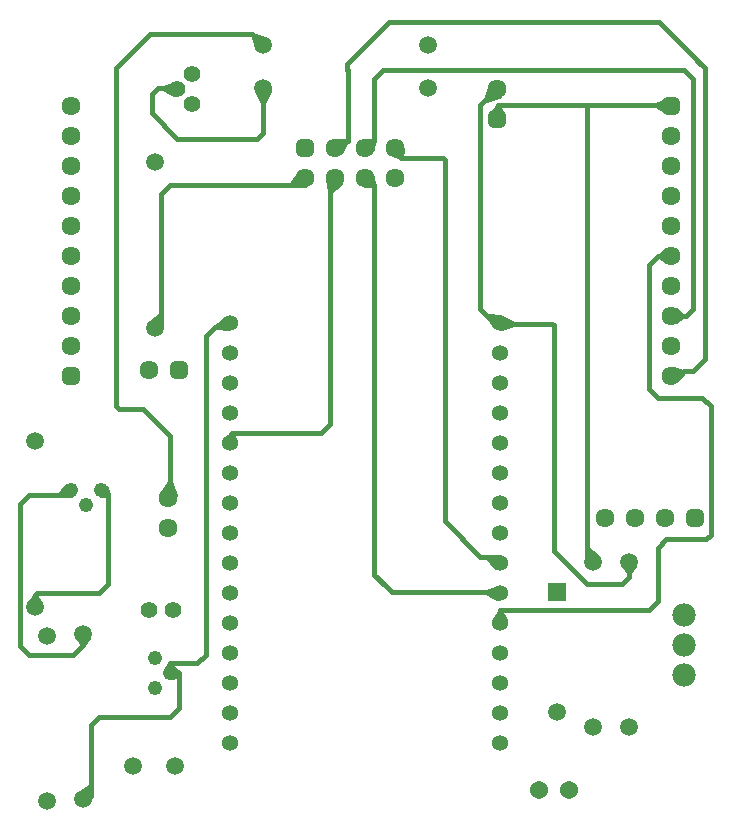
<source format=gbr>
G04 Generated by Ultiboard 14.0 *
%FSLAX34Y34*%
%MOMM*%

%ADD10C,0.0001*%
%ADD11C,0.4000*%
%ADD12C,1.3556*%
%ADD13C,1.6088*%
%ADD14R,0.5291X0.5291*%
%ADD15C,0.9949*%
%ADD16C,1.3970*%
%ADD17C,1.5000*%
%ADD18C,1.2446*%
%ADD19C,1.4000*%
%ADD20C,1.9898*%
%ADD21C,1.5366*%
%ADD22R,1.5000X1.5000*%


G04 ColorRGB 0000FF for the following layer *
%LNCopper Bottom*%
%LPD*%
G54D10*
G54D11*
X284480Y645000D02*
X284480Y650240D01*
X320040Y685800D01*
X548640Y685800D01*
X586740Y647700D01*
X459680Y428988D02*
X458508Y430160D01*
X459680Y237820D02*
X459680Y428988D01*
X414020Y202184D02*
X413004Y203200D01*
X322580Y203200D01*
X310075Y215705D02*
X322580Y203200D01*
X213360Y629333D02*
X213360Y591806D01*
X208294Y586740D01*
X140970Y586740D01*
X119380Y608330D01*
X119380Y624840D01*
X124460Y629920D01*
X141342Y629920D01*
G36*
X128972Y629920D02*
X128972Y629920D01*
X139400Y633381D01*
X138444Y624352D01*
X128972Y629920D01*
D02*
G37*
X139400Y633381D01*
X138444Y624352D01*
X128972Y629920D01*
G36*
X213360Y616846D02*
X213360Y616846D01*
X208489Y627058D01*
X218382Y626985D01*
X213360Y616846D01*
D02*
G37*
X208489Y627058D01*
X218382Y626985D01*
X213360Y616846D01*
G36*
X402206Y203200D02*
X402206Y203200D01*
X412477Y206706D01*
X411727Y197992D01*
X402206Y203200D01*
D02*
G37*
X412477Y206706D01*
X411727Y197992D01*
X402206Y203200D01*
G36*
X546104Y615000D02*
X546104Y615000D01*
X556441Y619781D01*
X556187Y609705D01*
X546104Y615000D01*
D02*
G37*
X556441Y619781D01*
X556187Y609705D01*
X546104Y615000D01*
G36*
X549486Y487680D02*
X549486Y487680D01*
X554878Y492279D01*
X554878Y483081D01*
X549486Y487680D01*
D02*
G37*
X554878Y492279D01*
X554878Y483081D01*
X549486Y487680D01*
G36*
X568114Y436880D02*
X568114Y436880D01*
X562722Y432281D01*
X562722Y441479D01*
X568114Y436880D01*
D02*
G37*
X562722Y432281D01*
X562722Y441479D01*
X568114Y436880D01*
G36*
X569413Y389413D02*
X569413Y389413D01*
X563454Y382223D01*
X560413Y391905D01*
X569413Y389413D01*
D02*
G37*
X563454Y382223D01*
X560413Y391905D01*
X569413Y389413D01*
G36*
X306944Y585000D02*
X306944Y585000D01*
X305665Y578030D01*
X299859Y585163D01*
X306944Y585000D01*
D02*
G37*
X305665Y578030D01*
X299859Y585163D01*
X306944Y585000D01*
G36*
X306653Y547500D02*
X306653Y547500D01*
X299568Y547678D01*
X305711Y554524D01*
X306653Y547500D01*
D02*
G37*
X299568Y547678D01*
X305711Y554524D01*
X306653Y547500D01*
G36*
X283763Y585000D02*
X283763Y585000D01*
X279790Y576548D01*
X274426Y585163D01*
X283763Y585000D01*
D02*
G37*
X279790Y576548D01*
X274426Y585163D01*
X283763Y585000D01*
G36*
X270000Y541327D02*
X270000Y541327D01*
X268338Y552858D01*
X278470Y549326D01*
X270000Y541327D01*
D02*
G37*
X268338Y552858D01*
X278470Y549326D01*
X270000Y541327D01*
G36*
X237363Y547500D02*
X237363Y547500D01*
X243926Y557125D01*
X249012Y547677D01*
X237363Y547500D01*
D02*
G37*
X243926Y557125D01*
X249012Y547677D01*
X237363Y547500D01*
G36*
X330000Y571187D02*
X330000Y571187D01*
X323258Y573370D01*
X331092Y578189D01*
X330000Y571187D01*
D02*
G37*
X323258Y573370D01*
X331092Y578189D01*
X330000Y571187D01*
G36*
X412500Y614155D02*
X412500Y614155D01*
X416522Y605986D01*
X407001Y606898D01*
X412500Y614155D01*
D02*
G37*
X416522Y605986D01*
X407001Y606898D01*
X412500Y614155D01*
G36*
X402162Y619662D02*
X402162Y619662D01*
X405726Y630753D01*
X413282Y623135D01*
X402162Y619662D01*
D02*
G37*
X405726Y630753D01*
X413282Y623135D01*
X402162Y619662D01*
G36*
X127500Y437995D02*
X127500Y437995D01*
X127420Y426759D01*
X118553Y431069D01*
X127500Y437995D01*
D02*
G37*
X127420Y426759D01*
X118553Y431069D01*
X127500Y437995D01*
G36*
X20320Y199344D02*
X20320Y199344D01*
X24604Y194023D01*
X16036Y194023D01*
X20320Y199344D01*
D02*
G37*
X24604Y194023D01*
X16036Y194023D01*
X20320Y199344D01*
G36*
X67500Y38386D02*
X67500Y38386D01*
X66436Y27123D01*
X57985Y32266D01*
X67500Y38386D01*
D02*
G37*
X66436Y27123D01*
X57985Y32266D01*
X67500Y38386D01*
G36*
X60960Y158870D02*
X60960Y158870D01*
X56676Y164191D01*
X65244Y164191D01*
X60960Y158870D01*
D02*
G37*
X56676Y164191D01*
X65244Y164191D01*
X60960Y158870D01*
G36*
X82146Y285000D02*
X82146Y285000D01*
X75966Y285344D01*
X80212Y290880D01*
X82146Y285000D01*
D02*
G37*
X75966Y285344D01*
X80212Y290880D01*
X82146Y285000D01*
G36*
X40458Y285000D02*
X40458Y285000D01*
X47776Y292508D01*
X50937Y285339D01*
X40458Y285000D01*
D02*
G37*
X47776Y292508D01*
X50937Y285339D01*
X40458Y285000D01*
G36*
X414020Y186642D02*
X414020Y186642D01*
X418199Y179100D01*
X409841Y179100D01*
X414020Y186642D01*
D02*
G37*
X418199Y179100D01*
X409841Y179100D01*
X414020Y186642D01*
G36*
X403229Y232500D02*
X403229Y232500D01*
X414081Y232362D01*
X410455Y224403D01*
X403229Y232500D01*
D02*
G37*
X414081Y232362D01*
X410455Y224403D01*
X403229Y232500D01*
G36*
X142113Y134620D02*
X142113Y134620D01*
X137000Y131132D01*
X137000Y138108D01*
X142113Y134620D01*
D02*
G37*
X137000Y131132D01*
X137000Y138108D01*
X142113Y134620D01*
G36*
X134620Y142113D02*
X134620Y142113D01*
X138108Y137000D01*
X131132Y137000D01*
X134620Y142113D01*
D02*
G37*
X138108Y137000D01*
X131132Y137000D01*
X134620Y142113D01*
G36*
X403585Y436415D02*
X403585Y436415D01*
X414402Y435547D01*
X410249Y427850D01*
X403585Y436415D01*
D02*
G37*
X414402Y435547D01*
X410249Y427850D01*
X403585Y436415D01*
G36*
X425862Y430160D02*
X425862Y430160D01*
X415712Y426316D01*
X416173Y435050D01*
X425862Y430160D01*
D02*
G37*
X415712Y426316D01*
X416173Y435050D01*
X425862Y430160D01*
G36*
X187063Y337063D02*
X187063Y337063D01*
X189763Y331176D01*
X182235Y332746D01*
X187063Y337063D01*
D02*
G37*
X189763Y331176D01*
X182235Y332746D01*
X187063Y337063D01*
G36*
X174026Y427500D02*
X174026Y427500D01*
X182359Y434453D01*
X184781Y426049D01*
X174026Y427500D01*
D02*
G37*
X182359Y434453D01*
X184781Y426049D01*
X174026Y427500D01*
G36*
X523540Y219830D02*
X523540Y219830D01*
X519256Y225151D01*
X527824Y225151D01*
X523540Y219830D01*
D02*
G37*
X519256Y225151D01*
X527824Y225151D01*
X523540Y219830D01*
G36*
X487500Y239885D02*
X487500Y239885D01*
X496434Y232943D01*
X487560Y228629D01*
X487500Y239885D01*
D02*
G37*
X496434Y232943D01*
X487560Y228629D01*
X487500Y239885D01*
X414020Y187500D02*
X414020Y176784D01*
X540000Y187500D02*
X414020Y187500D01*
X547500Y195000D02*
X540000Y187500D01*
X547500Y240000D02*
X547500Y195000D01*
X555000Y247500D02*
X547500Y240000D01*
X588750Y247500D02*
X555000Y247500D01*
X592500Y251250D02*
X588750Y247500D01*
X592500Y360000D02*
X592500Y251250D01*
X585000Y367500D02*
X592500Y360000D01*
X547500Y367500D02*
X585000Y367500D01*
X540000Y375000D02*
X547500Y367500D01*
X540000Y480000D02*
X540000Y375000D01*
X547680Y487680D02*
X540000Y480000D01*
X558800Y487680D02*
X547680Y487680D01*
X307500Y217500D02*
X315000Y210000D01*
X307500Y547500D02*
X307500Y217500D01*
X305940Y547500D02*
X307500Y547500D01*
X299720Y553720D02*
X305940Y547500D01*
X568120Y436880D02*
X571880Y436880D01*
X558800Y436880D02*
X568120Y436880D01*
X571880Y436880D02*
X577500Y442500D01*
X577500Y637500D01*
X570000Y645000D01*
X315000Y645000D01*
X307500Y637500D01*
X307500Y585000D01*
X305600Y585000D02*
X299720Y579120D01*
X307500Y585000D02*
X305600Y585000D01*
X523540Y228600D02*
X523540Y218960D01*
X523540Y216040D02*
X517500Y210000D01*
X523540Y218960D02*
X523540Y216040D01*
X517500Y210000D02*
X487500Y210000D01*
X459680Y237820D01*
X458508Y430160D02*
X414020Y430160D01*
X414020Y430784D01*
X409216Y430784D01*
X397500Y442500D01*
X397500Y615000D01*
X405000Y622500D01*
X405076Y622500D02*
X411480Y628904D01*
X405000Y622500D02*
X405076Y622500D01*
X213453Y665926D02*
X203739Y675640D01*
X118110Y675640D02*
X203739Y675640D01*
X118110Y675640D02*
X88900Y646430D01*
X88900Y360680D02*
X88900Y646430D01*
X88900Y360680D02*
X91440Y358140D01*
X111760Y358140D01*
X134620Y335280D01*
X134620Y282278D01*
G36*
X134620Y295728D02*
X134620Y295728D01*
X138836Y284869D01*
X128169Y286028D01*
X134620Y295728D01*
D02*
G37*
X138836Y284869D01*
X128169Y286028D01*
X134620Y295728D01*
G36*
X204558Y674821D02*
X204558Y674821D01*
X215250Y671124D01*
X208255Y664129D01*
X204558Y674821D01*
D02*
G37*
X215250Y671124D01*
X208255Y664129D01*
X204558Y674821D01*
X409104Y232500D02*
X397500Y232500D01*
X414020Y227584D02*
X409104Y232500D01*
X397500Y232500D02*
X367140Y262860D01*
X367140Y568828D01*
X365968Y570000D01*
X330000Y570000D01*
X330000Y574240D01*
X325120Y579120D01*
X262500Y337500D02*
X187500Y337500D01*
X185420Y335420D02*
X185420Y329184D01*
X187500Y337500D02*
X185420Y335420D01*
X270000Y345000D02*
X262500Y337500D01*
X270000Y549400D02*
X270000Y345000D01*
X274320Y553720D02*
X270000Y549400D01*
X46240Y285000D02*
X50800Y289560D01*
X15000Y285000D02*
X46240Y285000D01*
X7500Y277500D02*
X15000Y285000D01*
X7500Y157500D02*
X7500Y277500D01*
X15000Y150000D02*
X7500Y157500D01*
X52500Y150000D02*
X15000Y150000D01*
X60960Y158460D02*
X52500Y150000D01*
X60960Y167640D02*
X60960Y158460D01*
X487500Y232500D02*
X487500Y615000D01*
X489160Y232500D02*
X487500Y232500D01*
X493060Y228600D02*
X489160Y232500D01*
X558800Y615000D02*
X412500Y615000D01*
X412500Y603504D01*
X558800Y614680D02*
X558800Y615000D01*
X412500Y603504D02*
X411480Y603504D01*
X20320Y200320D02*
X20320Y190574D01*
X22500Y202500D02*
X20320Y200320D01*
X75000Y202500D02*
X22500Y202500D01*
X82500Y210000D02*
X75000Y202500D01*
X82500Y285000D02*
X82500Y210000D01*
X80760Y285000D02*
X82500Y285000D01*
X76200Y289560D02*
X80760Y285000D01*
X127500Y432300D02*
X121920Y426720D01*
X127500Y540000D02*
X127500Y432300D01*
X135000Y547500D02*
X127500Y540000D01*
X242700Y547500D02*
X135000Y547500D01*
X248920Y553720D02*
X242700Y547500D01*
X280200Y585000D02*
X274320Y579120D01*
X285000Y585000D02*
X280200Y585000D01*
X285000Y645000D02*
X285000Y585000D01*
X587540Y646210D02*
X581250Y652500D01*
X587540Y400040D02*
X587540Y646210D01*
X577500Y390000D02*
X587540Y400040D01*
X570000Y390000D02*
X577500Y390000D01*
X566080Y386080D02*
X570000Y390000D01*
X558800Y386080D02*
X566080Y386080D01*
X182136Y427500D02*
X172500Y427500D01*
X185420Y430784D02*
X182136Y427500D01*
X172500Y427500D02*
X165000Y420000D01*
X165000Y150000D01*
X157500Y142500D01*
X135000Y142500D01*
X134620Y142120D02*
X134620Y134620D01*
X135000Y142500D02*
X134620Y142120D01*
X142500Y134620D02*
X142500Y105000D01*
X134620Y134620D02*
X142500Y134620D01*
X142500Y105000D02*
X135000Y97500D01*
X75000Y97500D01*
X67500Y90000D01*
X67500Y30000D01*
X65140Y27640D02*
X60960Y27640D01*
X67500Y30000D02*
X65140Y27640D01*
G54D12*
X185420Y430784D03*
X185420Y405384D03*
X185420Y379984D03*
X185420Y354584D03*
X185420Y329184D03*
X185420Y303784D03*
X185420Y278384D03*
X185420Y252984D03*
X185420Y227584D03*
X185420Y202184D03*
X185420Y176784D03*
X185420Y151384D03*
X185420Y125984D03*
X185420Y100584D03*
X185420Y75184D03*
X414020Y430784D03*
X414020Y405384D03*
X414020Y379984D03*
X414020Y354584D03*
X414020Y329184D03*
X414020Y303784D03*
X414020Y278384D03*
X414020Y252984D03*
X414020Y227584D03*
X414020Y202184D03*
X414020Y176784D03*
X414020Y151384D03*
X414020Y125984D03*
X414020Y100584D03*
X414020Y75184D03*
G54D13*
X50800Y462280D03*
X50800Y436880D03*
X50800Y411480D03*
X50800Y513080D03*
X50800Y487680D03*
X50800Y538480D03*
X50800Y589280D03*
X50800Y563880D03*
X50800Y614680D03*
X558800Y538480D03*
X558800Y563880D03*
X558800Y589280D03*
X558800Y487680D03*
X558800Y513080D03*
X558800Y462280D03*
X558800Y411480D03*
X558800Y436880D03*
X558800Y386080D03*
X299720Y579120D03*
X299720Y553720D03*
X274320Y579120D03*
X274320Y553720D03*
X248920Y553720D03*
X325120Y579120D03*
X325120Y553720D03*
X411480Y628904D03*
X528320Y265684D03*
X553720Y265684D03*
X502920Y265684D03*
X133202Y257281D03*
X133202Y282681D03*
X116840Y391160D03*
G54D14*
X50800Y386080D03*
X558800Y614680D03*
X248920Y579120D03*
X411480Y603504D03*
X579120Y265684D03*
X142240Y391160D03*
G54D15*
X48155Y383435D02*
X53445Y383435D01*
X53445Y388725D01*
X48155Y388725D01*
X48155Y383435D01*D02*
X556155Y612035D02*
X561445Y612035D01*
X561445Y617325D01*
X556155Y617325D01*
X556155Y612035D01*D02*
X246275Y576475D02*
X251565Y576475D01*
X251565Y581765D01*
X246275Y581765D01*
X246275Y576475D01*D02*
X408835Y600859D02*
X414125Y600859D01*
X414125Y606149D01*
X408835Y606149D01*
X408835Y600859D01*D02*
X576475Y263039D02*
X581765Y263039D01*
X581765Y268329D01*
X576475Y268329D01*
X576475Y263039D01*D02*
X139595Y388515D02*
X144885Y388515D01*
X144885Y393805D01*
X139595Y393805D01*
X139595Y388515D01*D02*
G54D16*
X153670Y615950D03*
X153670Y641350D03*
X140970Y628650D03*
G54D17*
X121920Y566720D03*
X121920Y426720D03*
X20320Y330574D03*
X20320Y190574D03*
X30748Y165682D03*
X30748Y25682D03*
X60960Y27640D03*
X60960Y167640D03*
X353453Y665926D03*
X213453Y665926D03*
X353453Y629426D03*
X213453Y629426D03*
X523540Y228600D03*
X523540Y88600D03*
X493060Y228600D03*
X493060Y88600D03*
X103555Y55880D03*
X138555Y55880D03*
X462280Y101600D03*
G54D18*
X76200Y289560D03*
X50800Y289560D03*
X63500Y276860D03*
X121920Y147320D03*
X121920Y121920D03*
X134620Y134620D03*
G54D19*
X136840Y187960D03*
X116840Y187960D03*
G54D20*
X569595Y158115D03*
X569595Y132715D03*
X569595Y183515D03*
G54D21*
X472440Y35560D03*
X447040Y35560D03*
G54D22*
X462280Y203200D03*

M02*

</source>
